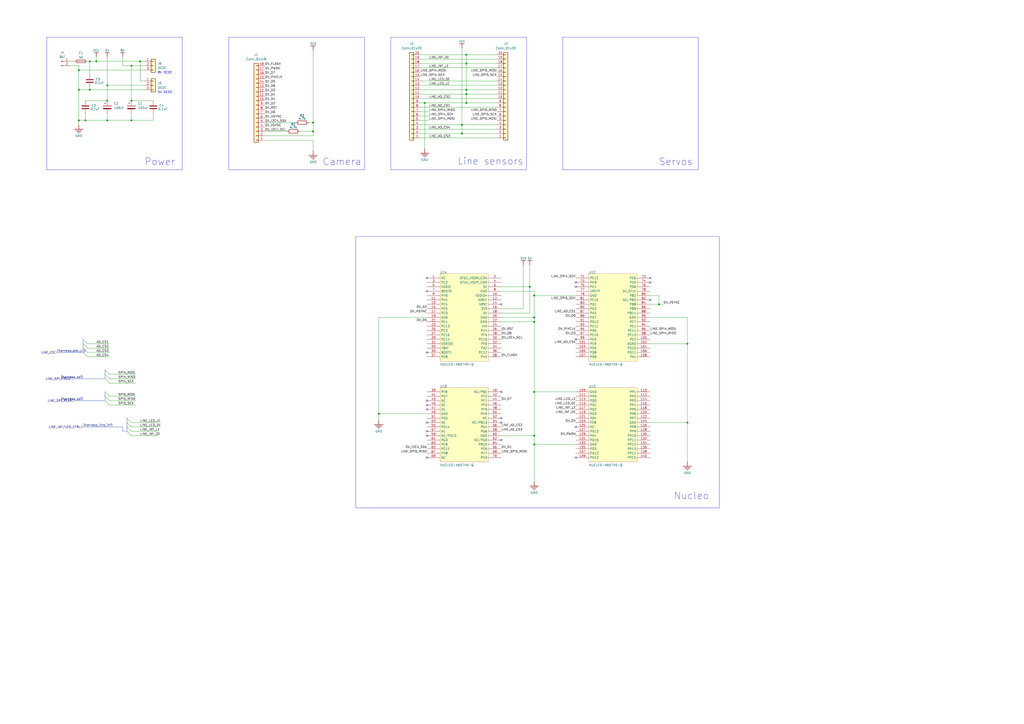
<source format=kicad_sch>
(kicad_sch (version 20250114) (generator "eeschema") (generator_version "9.0")
  (paper "A2")
  (lib_symbols
    (symbol "Connector:Conn_01x02_Pin" (pin_names (offset 1.016) (hide yes))
      (property "Reference" "J" (at 0 2.54 0))
      (property "Value" "Conn_01x02_Pin" (at 0 -5.08 0))
      (symbol "Conn_01x02_Pin_1_1"
        (rectangle (start 0.8636 0.127) (end 0 -0.127) (stroke (width 0.1524)) (fill (type outline)))
        (rectangle (start 0.8636 -2.413) (end 0 -2.667) (stroke (width 0.1524)) (fill (type outline)))
        (polyline (pts (xy 1.27 0) (xy 0.8636 0)) (stroke (width 0.1524)))
        (polyline (pts (xy 1.27 -2.54) (xy 0.8636 -2.54)) (stroke (width 0.1524)))
        (pin passive line (at 5.08 0 180) (length 3.81) (name "Pin_1") (number "1"))
        (pin passive line (at 5.08 -2.54 180) (length 3.81) (name "Pin_2") (number "2"))
      )
    )
    (symbol "Connector_Generic:Conn_01x03" (pin_names (offset 1.016) (hide yes))
      (property "Reference" "J" (at 0 5.08 0))
      (property "Value" "Conn_01x03" (at 0 -5.08 0))
      (symbol "Conn_01x03_1_1"
        (rectangle (start -1.27 3.81) (end 1.27 -3.81) (stroke (width 0.254)) (fill (type background)))
        (rectangle (start -1.27 2.667) (end 0 2.413) (stroke (width 0.1524)))
        (rectangle (start -1.27 0.127) (end 0 -0.127) (stroke (width 0.1524)))
        (rectangle (start -1.27 -2.413) (end 0 -2.667) (stroke (width 0.1524)))
        (pin passive line (at -5.08 2.54 0) (length 3.81) (name "Pin_1") (number "1"))
        (pin passive line (at -5.08 0 0) (length 3.81) (name "Pin_2") (number "2"))
        (pin passive line (at -5.08 -2.54 0) (length 3.81) (name "Pin_3") (number "3"))
      )
    )
    (symbol "Connector_Generic:Conn_01x18" (pin_names (offset 1.016) (hide yes))
      (property "Reference" "J" (at 0 22.86 0))
      (property "Value" "Conn_01x18" (at 0 -25.4 0))
      (symbol "Conn_01x18_1_1"
        (rectangle (start -1.27 21.59) (end 1.27 -24.13) (stroke (width 0.254)) (fill (type background)))
        (rectangle (start -1.27 20.447) (end 0 20.193) (stroke (width 0.1524)))
        (rectangle (start -1.27 17.907) (end 0 17.653) (stroke (width 0.1524)))
        (rectangle (start -1.27 15.367) (end 0 15.113) (stroke (width 0.1524)))
        (rectangle (start -1.27 12.827) (end 0 12.573) (stroke (width 0.1524)))
        (rectangle (start -1.27 10.287) (end 0 10.033) (stroke (width 0.1524)))
        (rectangle (start -1.27 7.747) (end 0 7.493) (stroke (width 0.1524)))
        (rectangle (start -1.27 5.207) (end 0 4.953) (stroke (width 0.1524)))
        (rectangle (start -1.27 2.667) (end 0 2.413) (stroke (width 0.1524)))
        (rectangle (start -1.27 0.127) (end 0 -0.127) (stroke (width 0.1524)))
        (rectangle (start -1.27 -2.413) (end 0 -2.667) (stroke (width 0.1524)))
        (rectangle (start -1.27 -4.953) (end 0 -5.207) (stroke (width 0.1524)))
        (rectangle (start -1.27 -7.493) (end 0 -7.747) (stroke (width 0.1524)))
        (rectangle (start -1.27 -10.033) (end 0 -10.287) (stroke (width 0.1524)))
        (rectangle (start -1.27 -12.573) (end 0 -12.827) (stroke (width 0.1524)))
        (rectangle (start -1.27 -15.113) (end 0 -15.367) (stroke (width 0.1524)))
        (rectangle (start -1.27 -17.653) (end 0 -17.907) (stroke (width 0.1524)))
        (rectangle (start -1.27 -20.193) (end 0 -20.447) (stroke (width 0.1524)))
        (rectangle (start -1.27 -22.733) (end 0 -22.987) (stroke (width 0.1524)))
        (pin passive line (at -5.08 20.32 0) (length 3.81) (name "Pin_1") (number "1"))
        (pin passive line (at -5.08 17.78 0) (length 3.81) (name "Pin_2") (number "2"))
        (pin passive line (at -5.08 15.24 0) (length 3.81) (name "Pin_3") (number "3"))
        (pin passive line (at -5.08 12.7 0) (length 3.81) (name "Pin_4") (number "4"))
        (pin passive line (at -5.08 10.16 0) (length 3.81) (name "Pin_5") (number "5"))
        (pin passive line (at -5.08 7.62 0) (length 3.81) (name "Pin_6") (number "6"))
        (pin passive line (at -5.08 5.08 0) (length 3.81) (name "Pin_7") (number "7"))
        (pin passive line (at -5.08 2.54 0) (length 3.81) (name "Pin_8") (number "8"))
        (pin passive line (at -5.08 0 0) (length 3.81) (name "Pin_9") (number "9"))
        (pin passive line (at -5.08 -2.54 0) (length 3.81) (name "Pin_10") (number "10"))
        (pin passive line (at -5.08 -5.08 0) (length 3.81) (name "Pin_11") (number "11"))
        (pin passive line (at -5.08 -7.62 0) (length 3.81) (name "Pin_12") (number "12"))
        (pin passive line (at -5.08 -10.16 0) (length 3.81) (name "Pin_13") (number "13"))
        (pin passive line (at -5.08 -12.7 0) (length 3.81) (name "Pin_14") (number "14"))
        (pin passive line (at -5.08 -15.24 0) (length 3.81) (name "Pin_15") (number "15"))
        (pin passive line (at -5.08 -17.78 0) (length 3.81) (name "Pin_16") (number "16"))
        (pin passive line (at -5.08 -20.32 0) (length 3.81) (name "Pin_17") (number "17"))
        (pin passive line (at -5.08 -22.86 0) (length 3.81) (name "Pin_18") (number "18"))
      )
    )
    (symbol "Connector_Generic:Conn_01x20" (pin_names (offset 1.016) (hide yes))
      (property "Reference" "J" (at 0 25.4 0))
      (property "Value" "Conn_01x20" (at 0 -27.94 0))
      (symbol "Conn_01x20_1_1"
        (rectangle (start -1.27 24.13) (end 1.27 -26.67) (stroke (width 0.254)) (fill (type background)))
        (rectangle (start -1.27 22.987) (end 0 22.733) (stroke (width 0.1524)))
        (rectangle (start -1.27 20.447) (end 0 20.193) (stroke (width 0.1524)))
        (rectangle (start -1.27 17.907) (end 0 17.653) (stroke (width 0.1524)))
        (rectangle (start -1.27 15.367) (end 0 15.113) (stroke (width 0.1524)))
        (rectangle (start -1.27 12.827) (end 0 12.573) (stroke (width 0.1524)))
        (rectangle (start -1.27 10.287) (end 0 10.033) (stroke (width 0.1524)))
        (rectangle (start -1.27 7.747) (end 0 7.493) (stroke (width 0.1524)))
        (rectangle (start -1.27 5.207) (end 0 4.953) (stroke (width 0.1524)))
        (rectangle (start -1.27 2.667) (end 0 2.413) (stroke (width 0.1524)))
        (rectangle (start -1.27 0.127) (end 0 -0.127) (stroke (width 0.1524)))
        (rectangle (start -1.27 -2.413) (end 0 -2.667) (stroke (width 0.1524)))
        (rectangle (start -1.27 -4.953) (end 0 -5.207) (stroke (width 0.1524)))
        (rectangle (start -1.27 -7.493) (end 0 -7.747) (stroke (width 0.1524)))
        (rectangle (start -1.27 -10.033) (end 0 -10.287) (stroke (width 0.1524)))
        (rectangle (start -1.27 -12.573) (end 0 -12.827) (stroke (width 0.1524)))
        (rectangle (start -1.27 -15.113) (end 0 -15.367) (stroke (width 0.1524)))
        (rectangle (start -1.27 -17.653) (end 0 -17.907) (stroke (width 0.1524)))
        (rectangle (start -1.27 -20.193) (end 0 -20.447) (stroke (width 0.1524)))
        (rectangle (start -1.27 -22.733) (end 0 -22.987) (stroke (width 0.1524)))
        (rectangle (start -1.27 -25.273) (end 0 -25.527) (stroke (width 0.1524)))
        (pin passive line (at -5.08 22.86 0) (length 3.81) (name "Pin_1") (number "1"))
        (pin passive line (at -5.08 20.32 0) (length 3.81) (name "Pin_2") (number "2"))
        (pin passive line (at -5.08 17.78 0) (length 3.81) (name "Pin_3") (number "3"))
        (pin passive line (at -5.08 15.24 0) (length 3.81) (name "Pin_4") (number "4"))
        (pin passive line (at -5.08 12.7 0) (length 3.81) (name "Pin_5") (number "5"))
        (pin passive line (at -5.08 10.16 0) (length 3.81) (name "Pin_6") (number "6"))
        (pin passive line (at -5.08 7.62 0) (length 3.81) (name "Pin_7") (number "7"))
        (pin passive line (at -5.08 5.08 0) (length 3.81) (name "Pin_8") (number "8"))
        (pin passive line (at -5.08 2.54 0) (length 3.81) (name "Pin_9") (number "9"))
        (pin passive line (at -5.08 0 0) (length 3.81) (name "Pin_10") (number "10"))
        (pin passive line (at -5.08 -2.54 0) (length 3.81) (name "Pin_11") (number "11"))
        (pin passive line (at -5.08 -5.08 0) (length 3.81) (name "Pin_12") (number "12"))
        (pin passive line (at -5.08 -7.62 0) (length 3.81) (name "Pin_13") (number "13"))
        (pin passive line (at -5.08 -10.16 0) (length 3.81) (name "Pin_14") (number "14"))
        (pin passive line (at -5.08 -12.7 0) (length 3.81) (name "Pin_15") (number "15"))
        (pin passive line (at -5.08 -15.24 0) (length 3.81) (name "Pin_16") (number "16"))
        (pin passive line (at -5.08 -17.78 0) (length 3.81) (name "Pin_17") (number "17"))
        (pin passive line (at -5.08 -20.32 0) (length 3.81) (name "Pin_18") (number "18"))
        (pin passive line (at -5.08 -22.86 0) (length 3.81) (name "Pin_19") (number "19"))
        (pin passive line (at -5.08 -25.4 0) (length 3.81) (name "Pin_20") (number "20"))
      )
    )
    (symbol "Device:C" (pin_numbers (hide yes)) (pin_names (offset 0.254))
      (property "Reference" "C" (at 0.635 2.54 0))
      (property "Value" "C" (at 0.635 -2.54 0))
      (symbol "C_0_1"
        (polyline (pts (xy -2.032 0.762) (xy 2.032 0.762)) (stroke (width 0.508)))
        (polyline (pts (xy -2.032 -0.762) (xy 2.032 -0.762)) (stroke (width 0.508)))
      )
      (symbol "C_1_1"
        (pin passive line (at 0 3.81 270) (length 2.794) (name "~") (number "1"))
        (pin passive line (at 0 -3.81 90) (length 2.794) (name "~") (number "2"))
      )
    )
    (symbol "Device:C_Polarized" (pin_numbers (hide yes)) (pin_names (offset 0.254))
      (property "Reference" "C" (at 0.635 2.54 0))
      (property "Value" "C_Polarized" (at 0.635 -2.54 0))
      (symbol "C_Polarized_0_1"
        (rectangle (start -2.286 0.508) (end 2.286 1.016))
        (polyline (pts (xy -1.778 2.286) (xy -0.762 2.286)))
        (polyline (pts (xy -1.27 2.794) (xy -1.27 1.778)))
        (rectangle (start 2.286 -0.508) (end -2.286 -1.016) (fill (type outline)))
      )
      (symbol "C_Polarized_1_1"
        (pin passive line (at 0 3.81 270) (length 2.794) (name "~") (number "1"))
        (pin passive line (at 0 -3.81 90) (length 2.794) (name "~") (number "2"))
      )
    )
    (symbol "Device:Fuse" (pin_numbers (hide yes)) (pin_names (offset 0))
      (property "Reference" "F" (at 2.032 0 90))
      (property "Value" "Fuse" (at -1.905 0 90))
      (symbol "Fuse_0_1"
        (rectangle (start -0.762 -2.54) (end 0.762 2.54) (stroke (width 0.254)))
        (polyline (pts (xy 0 2.54) (xy 0 -2.54)))
      )
      (symbol "Fuse_1_1"
        (pin passive line (at 0 3.81 270) (length 1.27) (name "~") (number "1"))
        (pin passive line (at 0 -3.81 90) (length 1.27) (name "~") (number "2"))
      )
    )
    (symbol "Device:R" (pin_numbers (hide yes)) (pin_names (offset 0))
      (property "Reference" "R" (at 2.032 0 90))
      (property "Value" "R" (at 0 0 90))
      (symbol "R_0_1"
        (rectangle (start -1.016 -2.54) (end 1.016 2.54) (stroke (width 0.254)))
      )
      (symbol "R_1_1"
        (pin passive line (at 0 3.81 270) (length 1.27) (name "~") (number "1"))
        (pin passive line (at 0 -3.81 90) (length 1.27) (name "~") (number "2"))
      )
    )
    (symbol "hallglib:root_0_NUCLEO-N657X0-Q_hallglib.SchLib"
      (symbol "root_0_NUCLEO-N657X0-Q_hallglib.SchLib_1_0"
        (rectangle (start 12.7 25.4) (end -15.24 -25.4) (stroke (width 0.0254) (color 128 0 0 1)) (fill (type background)))
        (pin passive line (at -22.86 22.86 0) (length 7.62) (name "NC") (number "1"))
        (pin bidirectional line (at -22.86 20.32 0) (length 7.62) (name "PC2") (number "3"))
        (pin power_in line (at -22.86 17.78 0) (length 7.62) (name "VDDIO") (number "5"))
        (pin input line (at -22.86 15.24 0) (length 7.62) (name "BOOT0") (number "7"))
        (pin bidirectional line (at -22.86 12.7 0) (length 7.62) (name "PH0") (number "9"))
        (pin bidirectional line (at -22.86 10.16 0) (length 7.62) (name "PH1") (number "11"))
        (pin bidirectional line (at -22.86 7.62 0) (length 7.62) (name "PC4") (number "13"))
        (pin bidirectional line (at -22.86 5.08 0) (length 7.62) (name "PC5") (number "15"))
        (pin bidirectional line (at -22.86 2.54 0) (length 7.62) (name "PC0") (number "17"))
        (pin passive line (at -22.86 0 0) (length 7.62) (name "GND") (number "19"))
        (pin bidirectional line (at -22.86 -2.54 0) (length 7.62) (name "PE4") (number "21"))
        (pin bidirectional line (at -22.86 -5.08 0) (length 7.62) (name "PC13") (number "23"))
        (pin bidirectional line (at -22.86 -7.62 0) (length 7.62) (name "PC3") (number "25"))
        (pin bidirectional line (at -22.86 -10.16 0) (length 7.62) (name "PC15") (number "27"))
        (pin bidirectional line (at -22.86 -12.7 0) (length 7.62) (name "PC14") (number "29"))
        (pin power_in line (at -22.86 -15.24 0) (length 7.62) (name "VDDIO5") (number "31"))
        (pin power_in line (at -22.86 -17.78 0) (length 7.62) (name "VBAT") (number "33"))
        (pin input line (at -22.86 -20.32 0) (length 7.62) (name "BOOT1") (number "35"))
        (pin bidirectional line (at -22.86 -22.86 0) (length 7.62) (name "PC8") (number "37"))
        (pin bidirectional line (at 20.32 22.86 180) (length 7.62) (name "OTG1_HSDM_CON") (number "2"))
        (pin bidirectional line (at 20.32 20.32 180) (length 7.62) (name "OTG1_HSDP_CON") (number "4"))
        (pin power_in line (at 20.32 17.78 180) (length 7.62) (name "5V") (number "6"))
        (pin passive line (at 20.32 15.24 180) (length 7.62) (name "GND") (number "8"))
        (pin power_in line (at 20.32 12.7 180) (length 7.62) (name "VDDIO4") (number "10"))
        (pin passive line (at 20.32 10.16 180) (length 7.62) (name "IOREF") (number "12"))
        (pin passive line (at 20.32 7.62 180) (length 7.62) (name "NRST") (number "14"))
        (pin power_in line (at 20.32 5.08 180) (length 7.62) (name "3V3") (number "16"))
        (pin power_in line (at 20.32 2.54 180) (length 7.62) (name "5V") (number "18"))
        (pin passive line (at 20.32 0 180) (length 7.62) (name "GND") (number "20"))
        (pin passive line (at 20.32 -2.54 180) (length 7.62) (name "GND") (number "22"))
        (pin power_in line (at 20.32 -5.08 180) (length 7.62) (name "VIN") (number "24"))
        (pin bidirectional line (at 20.32 -7.62 180) (length 7.62) (name "PH4") (number "26"))
        (pin bidirectional line (at 20.32 -10.16 180) (length 7.62) (name "PF5") (number "28"))
        (pin bidirectional line (at 20.32 -12.7 180) (length 7.62) (name "PC10") (number "30"))
        (pin bidirectional line (at 20.32 -15.24 180) (length 7.62) (name "PF6") (number "32"))
        (pin bidirectional line (at 20.32 -17.78 180) (length 7.62) (name "PA2") (number "34"))
        (pin bidirectional line (at 20.32 -20.32 180) (length 7.62) (name "PC12") (number "36"))
        (pin bidirectional line (at 20.32 -22.86 180) (length 7.62) (name "PH2") (number "38"))
      )
      (symbol "root_0_NUCLEO-N657X0-Q_hallglib.SchLib_2_0"
        (rectangle (start 12.7 2.54) (end -15.24 -40.64) (stroke (width 0.0254) (color 128 0 0 1)) (fill (type background)))
        (pin bidirectional line (at -22.86 0 0) (length 7.62) (name "PF8") (number "39"))
        (pin bidirectional line (at -22.86 -2.54 0) (length 7.62) (name "PG7") (number "41"))
        (pin passive line (at -22.86 -5.08 0) (length 7.62) (name "NC") (number "43"))
        (pin power_in line (at -22.86 -7.62 0) (length 7.62) (name "NC") (number "45"))
        (pin passive line (at -22.86 -10.16 0) (length 7.62) (name "NC") (number "47"))
        (pin passive line (at -22.86 -12.7 0) (length 7.62) (name "GND") (number "49"))
        (pin bidirectional line (at -22.86 -15.24 0) (length 7.62) (name "PG5") (number "51"))
        (pin passive line (at -22.86 -17.78 0) (length 7.62) (name "NC") (number "53"))
        (pin bidirectional line (at -22.86 -20.32 0) (length 7.62) (name "PG14") (number "55"))
        (pin passive line (at -22.86 -22.86 0) (length 7.62) (name "NC") (number "57"))
        (pin passive line (at -22.86 -25.4 0) (length 7.62) (name "NC/PG12") (number "59"))
        (pin bidirectional line (at -22.86 -27.94 0) (length 7.62) (name "PG3") (number "61"))
        (pin bidirectional line (at -22.86 -30.48 0) (length 7.62) (name "PC9") (number "63"))
        (pin bidirectional line (at -22.86 -33.02 0) (length 7.62) (name "PC11") (number "65"))
        (pin bidirectional line (at -22.86 -35.56 0) (length 7.62) (name "PH8") (number "67"))
        (pin passive line (at -22.86 -38.1 0) (length 7.62) (name "NC") (number "69"))
        (pin passive line (at 20.32 0 180) (length 7.62) (name "NC/PB1") (number "40"))
        (pin bidirectional line (at 20.32 -2.54 180) (length 7.62) (name "PF2") (number "42"))
        (pin bidirectional line (at 20.32 -5.08 180) (length 7.62) (name "PF1") (number "44"))
        (pin bidirectional line (at 20.32 -7.62 180) (length 7.62) (name "PF0") (number "46"))
        (pin bidirectional line (at 20.32 -10.16 180) (length 7.62) (name "PF9") (number "48"))
        (pin bidirectional line (at 20.32 -12.7 180) (length 7.62) (name "PH5") (number "50"))
        (pin passive line (at 20.32 -15.24 180) (length 7.62) (name "NC") (number "52"))
        (pin passive line (at 20.32 -17.78 180) (length 7.62) (name "NC/PB13") (number "54"))
        (pin bidirectional line (at 20.32 -20.32 180) (length 7.62) (name "PG4") (number "56"))
        (pin bidirectional line (at 20.32 -22.86 180) (length 7.62) (name "PG6") (number "58"))
        (pin passive line (at 20.32 -25.4 180) (length 7.62) (name "GND") (number "60"))
        (pin passive line (at 20.32 -27.94 180) (length 7.62) (name "NC/PG9") (number "62"))
        (pin bidirectional line (at 20.32 -30.48 180) (length 7.62) (name "PB15") (number "64"))
        (pin bidirectional line (at 20.32 -33.02 180) (length 7.62) (name "PC6") (number "66"))
        (pin bidirectional line (at 20.32 -35.56 180) (length 7.62) (name "PH7") (number "68"))
        (pin bidirectional line (at 20.32 -38.1 180) (length 7.62) (name "PH3") (number "70"))
      )
      (symbol "root_0_NUCLEO-N657X0-Q_hallglib.SchLib_3_0"
        (rectangle (start 12.7 25.4) (end -15.24 -25.4) (stroke (width 0.0254) (color 128 0 0 1)) (fill (type background)))
        (pin bidirectional line (at -22.86 22.86 0) (length 7.62) (name "PE12") (number "71"))
        (pin bidirectional line (at -22.86 20.32 0) (length 7.62) (name "PH9") (number "73"))
        (pin bidirectional line (at -22.86 17.78 0) (length 7.62) (name "PC1") (number "75"))
        (pin power_in line (at -22.86 15.24 0) (length 7.62) (name "VREFP") (number "77"))
        (pin passive line (at -22.86 12.7 0) (length 7.62) (name "GND") (number "79"))
        (pin bidirectional line (at -22.86 10.16 0) (length 7.62) (name "PE15") (number "81"))
        (pin bidirectional line (at -22.86 7.62 0) (length 7.62) (name "PG1") (number "83"))
        (pin bidirectional line (at -22.86 5.08 0) (length 7.62) (name "PG2") (number "85"))
        (pin bidirectional line (at -22.86 2.54 0) (length 7.62) (name "PA3") (number "87"))
        (pin bidirectional line (at -22.86 0 0) (length 7.62) (name "PD7") (number "89"))
        (pin bidirectional line (at -22.86 -2.54 0) (length 7.62) (name "PD12") (number "91"))
        (pin bidirectional line (at -22.86 -5.08 0) (length 7.62) (name "PE11") (number "93"))
        (pin bidirectional line (at -22.86 -7.62 0) (length 7.62) (name "PD5") (number "95"))
        (pin bidirectional line (at -22.86 -10.16 0) (length 7.62) (name "PE10") (number "97"))
        (pin bidirectional line (at -22.86 -12.7 0) (length 7.62) (name "PE0") (number "99"))
        (pin bidirectional line (at -22.86 -15.24 0) (length 7.62) (name "PE9") (number "101"))
        (pin bidirectional line (at -22.86 -17.78 0) (length 7.62) (name "PD0") (number "103"))
        (pin bidirectional line (at -22.86 -20.32 0) (length 7.62) (name "PD8") (number "105"))
        (pin bidirectional line (at -22.86 -22.86 0) (length 7.62) (name "PD9") (number "107"))
        (pin bidirectional line (at 20.32 22.86 180) (length 7.62) (name "PE6") (number "72"))
        (pin bidirectional line (at 20.32 20.32 180) (length 7.62) (name "PE5") (number "74"))
        (pin bidirectional line (at 20.32 17.78 180) (length 7.62) (name "PD6") (number "76"))
        (pin power_in line (at 20.32 15.24 180) (length 7.62) (name "5V_STLK") (number "78"))
        (pin bidirectional line (at 20.32 12.7 180) (length 7.62) (name "PB2") (number "80"))
        (pin passive line (at 20.32 10.16 180) (length 7.62) (name "NC/PB3") (number "82"))
        (pin bidirectional line (at 20.32 7.62 180) (length 7.62) (name "PB8") (number "84"))
        (pin bidirectional line (at 20.32 5.08 180) (length 7.62) (name "PB9") (number "86"))
        (pin bidirectional line (at 20.32 2.54 180) (length 7.62) (name "PB14") (number "88"))
        (pin passive line (at 20.32 0 180) (length 7.62) (name "GND") (number "90"))
        (pin bidirectional line (at 20.32 -2.54 180) (length 7.62) (name "PE7") (number "92"))
        (pin bidirectional line (at 20.32 -5.08 180) (length 7.62) (name "PE1") (number "94"))
        (pin bidirectional line (at 20.32 -7.62 180) (length 7.62) (name "PE14") (number "96"))
        (pin bidirectional line (at 20.32 -10.16 180) (length 7.62) (name "PE13") (number "98"))
        (pin bidirectional line (at 20.32 -12.7 180) (length 7.62) (name "PE2") (number "100"))
        (pin passive line (at 20.32 -15.24 180) (length 7.62) (name "AGND") (number "102"))
        (pin bidirectional line (at 20.32 -17.78 180) (length 7.62) (name "PD10") (number "104"))
        (pin bidirectional line (at 20.32 -20.32 180) (length 7.62) (name "PD11") (number "106"))
        (pin bidirectional line (at 20.32 -22.86 180) (length 7.62) (name "PA1") (number "108"))
      )
      (symbol "root_0_NUCLEO-N657X0-Q_hallglib.SchLib_4_0"
        (rectangle (start 12.7 25.4) (end -15.24 -17.78) (stroke (width 0.0254) (color 128 0 0 1)) (fill (type background)))
        (pin passive line (at -22.86 22.86 0) (length 7.62) (name "GND") (number "109"))
        (pin bidirectional line (at -22.86 20.32 0) (length 7.62) (name "PP0") (number "111"))
        (pin bidirectional line (at -22.86 17.78 0) (length 7.62) (name "PO0") (number "113"))
        (pin bidirectional line (at -22.86 15.24 0) (length 7.62) (name "PO1") (number "115"))
        (pin bidirectional line (at -22.86 12.7 0) (length 7.62) (name "PO2") (number "117"))
        (pin bidirectional line (at -22.86 10.16 0) (length 7.62) (name "PO3") (number "119"))
        (pin bidirectional line (at -22.86 7.62 0) (length 7.62) (name "PO4") (number "121"))
        (pin bidirectional line (at -22.86 5.08 0) (length 7.62) (name "PE8") (number "123"))
        (pin passive line (at -22.86 2.54 0) (length 7.62) (name "NC") (number "125"))
        (pin bidirectional line (at -22.86 0 0) (length 7.62) (name "PD13") (number "127"))
        (pin bidirectional line (at -22.86 -2.54 0) (length 7.62) (name "PA4") (number "129"))
        (pin bidirectional line (at -22.86 -5.08 0) (length 7.62) (name "PD15") (number "131"))
        (pin passive line (at -22.86 -7.62 0) (length 7.62) (name "GND") (number "133"))
        (pin bidirectional line (at -22.86 -10.16 0) (length 7.62) (name "PD3") (number "135"))
        (pin bidirectional line (at -22.86 -12.7 0) (length 7.62) (name "PG13") (number "137"))
        (pin bidirectional line (at -22.86 -15.24 0) (length 7.62) (name "PN12") (number "139"))
        (pin bidirectional line (at 20.32 22.86 180) (length 7.62) (name "PP1") (number "110"))
        (pin bidirectional line (at 20.32 20.32 180) (length 7.62) (name "PP2") (number "112"))
        (pin bidirectional line (at 20.32 17.78 180) (length 7.62) (name "PP3") (number "114"))
        (pin bidirectional line (at 20.32 15.24 180) (length 7.62) (name "PP4") (number "116"))
        (pin bidirectional line (at 20.32 12.7 180) (length 7.62) (name "PP5") (number "118"))
        (pin bidirectional line (at 20.32 10.16 180) (length 7.62) (name "PP6") (number "120"))
        (pin bidirectional line (at 20.32 7.62 180) (length 7.62) (name "PP7") (number "122"))
        (pin passive line (at 20.32 5.08 180) (length 7.62) (name "GND") (number "124"))
        (pin bidirectional line (at 20.32 2.54 180) (length 7.62) (name "PP8") (number "126"))
        (pin bidirectional line (at 20.32 0 180) (length 7.62) (name "PP9") (number "128"))
        (pin bidirectional line (at 20.32 -2.54 180) (length 7.62) (name "PP10") (number "130"))
        (pin bidirectional line (at 20.32 -5.08 180) (length 7.62) (name "PP11") (number "132"))
        (pin bidirectional line (at 20.32 -7.62 180) (length 7.62) (name "PP12") (number "134"))
        (pin bidirectional line (at 20.32 -10.16 180) (length 7.62) (name "PP13") (number "136"))
        (pin bidirectional line (at 20.32 -12.7 180) (length 7.62) (name "PP14") (number "138"))
        (pin bidirectional line (at 20.32 -15.24 180) (length 7.62) (name "PP15") (number "140"))
      )
    )
    (symbol "shield-altium-import:3V3_BAR" (power)
      (property "Value" "3V3" (at 0 -3.81 0))
      (symbol "3V3_BAR_0_0"
        (polyline (pts (xy -1.27 -2.54) (xy 1.27 -2.54)) (stroke (width 0.254)))
        (polyline (pts (xy 0 0) (xy 0 -2.54)) (stroke (width 0.254)))
        (pin power_in line (at 0 0 0) (length 0) (hide yes) (name "3V3") (number ""))
      )
    )
    (symbol "shield-altium-import:5V_BAR" (power)
      (property "Value" "5V" (at 0 -3.81 0))
      (symbol "5V_BAR_0_0"
        (polyline (pts (xy -1.27 -2.54) (xy 1.27 -2.54)) (stroke (width 0.254)))
        (polyline (pts (xy 0 0) (xy 0 -2.54)) (stroke (width 0.254)))
        (pin power_in line (at 0 0 0) (length 0) (hide yes) (name "5V") (number ""))
      )
    )
    (symbol "shield-altium-import:GND_POWER_GROUND" (power)
      (property "Value" "GND" (at 0 -6.35 0))
      (symbol "GND_POWER_GROUND_0_0"
        (polyline (pts (xy -2.54 -2.54) (xy 2.54 -2.54)) (stroke (width 0.254)))
        (polyline (pts (xy -1.778 -3.302) (xy 1.778 -3.302)) (stroke (width 0.254)))
        (polyline (pts (xy -1.016 -4.064) (xy 1.016 -4.064)) (stroke (width 0.254)))
        (polyline (pts (xy -0.254 -4.826) (xy 0.254 -4.826)) (stroke (width 0.254)))
        (polyline (pts (xy 0 0) (xy 0 -2.54)) (stroke (width 0.254)))
        (pin power_in line (at 0 0 0) (length 0) (hide yes) (name "GND") (number ""))
      )
    )
  )
  (bus_alias "I2C" (members "SCL" "SDA"))
  (bus_alias "OV_DATA" (members "D0" "D1" "D2" "D3" "D4" "D5" "D6" "D7"))
  (bus_alias "harness_adc_cs" (members "/CS2" "/CS1" "/CS3" "/CS4"))
  (bus_alias "harness_line_inf" (members "Line_LED_LE" "Line_INF_LE" "Line_INF_/OE" "Line_LED_/OE"))
  (bus_alias "harness_spi" (members "MOSI" "MISO" "SCK"))
  (rectangle (start 326.39 21.59) (end 405.13 98.425))
  (rectangle (start 226.695 21.59) (end 305.435 98.425))
  (rectangle (start 206.375 137.16) (end 417.195 294.64))
  (rectangle (start 132.715 21.59) (end 211.455 98.425))
  (rectangle (start 27.051 21.59) (end 105.791 98.425))
  (text "Power" (at 92.71 93.98 0) (effects (font (size 4 4))))
  (text "Nucleo" (at 401.066 287.782 0) (effects (font (size 4 4))))
  (text "Line sensors" (at 284.48 93.726 0) (effects (font (size 4 4))))
  (text "Camera" (at 198.374 93.98 0) (effects (font (size 4 4))))
  (text "8V DCDC" (at 95.758 42.164 0) (effects (font (size 1.27 1.27))))
  (text "5V DCDC" (at 95.758 53.594 0) (effects (font (size 1.27 1.27))))
  (text "Servos" (at 392.049 93.98 0) (effects (font (size 4 4))))
  (junction (at 309.88 186.69))
  (junction (at 55.88 35.56))
  (junction (at 309.88 184.15))
  (junction (at 382.27 176.53))
  (junction (at 52.07 35.56))
  (junction (at 76.2 69.85))
  (junction (at 49.53 69.85))
  (junction (at 398.78 199.39))
  (junction (at 219.71 240.03))
  (junction (at 270.51 59.69))
  (junction (at 181.61 76.2))
  (junction (at 76.2 58.42))
  (junction (at 246.38 59.69))
  (junction (at 181.61 71.12))
  (junction (at 81.28 35.56))
  (junction (at 267.97 77.47))
  (junction (at 62.23 69.85))
  (junction (at 270.51 31.75))
  (junction (at 270.51 54.61))
  (junction (at 45.72 52.07))
  (junction (at 270.51 36.83))
  (junction (at 45.72 40.64))
  (junction (at 307.34 166.37))
  (junction (at 76.2 38.1))
  (junction (at 309.88 171.45))
  (junction (at 267.97 72.39))
  (junction (at 309.88 257.81))
  (junction (at 270.51 52.07))
  (junction (at 45.72 69.85))
  (junction (at 62.23 49.53))
  (junction (at 398.78 245.11))
  (junction (at 309.88 227.33))
  (junction (at 62.23 58.42))
  (junction (at 309.88 252.73))
  (junction (at 52.07 52.07))
  (no_connect (at 247.65 232.41))
  (no_connect (at 334.01 163.83))
  (no_connect (at 334.01 247.65))
  (no_connect (at 247.65 168.91))
  (no_connect (at 334.01 265.43))
  (no_connect (at 247.65 265.43))
  (no_connect (at 290.83 227.33))
  (no_connect (at 247.65 252.73))
  (no_connect (at 247.65 161.29))
  (no_connect (at 247.65 234.95))
  (no_connect (at 247.65 204.47))
  (no_connect (at 247.65 237.49))
  (no_connect (at 377.19 173.99))
  (no_connect (at 334.01 166.37))
  (no_connect (at 290.83 242.57))
  (no_connect (at 377.19 163.83))
  (no_connect (at 377.19 161.29))
  (no_connect (at 247.65 245.11))
  (no_connect (at 247.65 250.19))
  (no_connect (at 334.01 196.85))
  (no_connect (at 290.83 245.11))
  (no_connect (at 290.83 176.53))
  (no_connect (at 290.83 255.27))
  (bus_entry (at 76.2 245.11) (size -2.54 -2.54))
  (bus_entry (at 50.8 199.39) (size -2.54 -2.54))
  (bus_entry (at 63.5 232.41) (size -2.54 -2.54))
  (bus_entry (at 76.2 252.73) (size -2.54 -2.54))
  (bus_entry (at 50.8 204.47) (size -2.54 -2.54))
  (bus_entry (at 63.5 234.95) (size -2.54 -2.54))
  (bus_entry (at 63.5 219.71) (size -2.54 -2.54))
  (bus_entry (at 76.2 247.65) (size -2.54 -2.54))
  (bus_entry (at 76.2 250.19) (size -2.54 -2.54))
  (bus_entry (at 63.5 229.87) (size -2.54 -2.54))
  (bus_entry (at 50.8 201.93) (size -2.54 -2.54))
  (bus_entry (at 50.8 207.01) (size -2.54 -2.54))
  (bus_entry (at 63.5 222.25) (size -2.54 -2.54))
  (bus_entry (at 63.5 217.17) (size -2.54 -2.54))
  (wire (pts (xy 76.2 69.85) (xy 62.23 69.85)))
  (wire (pts (xy 307.34 166.37) (xy 307.34 153.67)))
  (wire (pts (xy 219.71 184.15) (xy 219.71 240.03)))
  (wire (pts (xy 309.88 171.45) (xy 309.88 184.15)))
  (wire (pts (xy 181.61 78.74) (xy 181.61 76.2)))
  (wire (pts (xy 246.38 59.69) (xy 270.51 59.69)))
  (wire (pts (xy 267.97 72.39) (xy 288.29 72.39)))
  (wire (pts (xy 50.8 207.01) (xy 63.5 207.01)))
  (wire (pts (xy 243.84 34.29) (xy 288.29 34.29)))
  (wire (pts (xy 76.2 58.42) (xy 88.9 58.42)))
  (wire (pts (xy 76.2 38.1) (xy 76.2 58.42)))
  (wire (pts (xy 248.92 67.31) (xy 243.84 67.31)))
  (wire (pts (xy 377.19 245.11) (xy 398.78 245.11)))
  (wire (pts (xy 270.51 52.07) (xy 270.51 54.61)))
  (wire (pts (xy 76.2 66.04) (xy 76.2 69.85)))
  (bus (pts (xy 48.26 201.93) (xy 48.26 199.39)) (stroke (width 0.508) (color 173 188 231 1)))
  (wire (pts (xy 52.07 50.8) (xy 52.07 52.07)))
  (wire (pts (xy 290.83 179.07) (xy 303.53 179.07)))
  (wire (pts (xy 40.64 35.56) (xy 43.18 35.56)))
  (wire (pts (xy 49.53 69.85) (xy 62.23 69.85)))
  (wire (pts (xy 243.84 36.83) (xy 270.51 36.83)))
  (wire (pts (xy 267.97 27.94) (xy 267.97 72.39)))
  (wire (pts (xy 398.78 245.11) (xy 398.78 267.97)))
  (wire (pts (xy 267.97 77.47) (xy 288.29 77.47)))
  (wire (pts (xy 243.84 72.39) (xy 267.97 72.39)))
  (wire (pts (xy 243.84 46.99) (xy 288.29 46.99)))
  (wire (pts (xy 49.53 69.85) (xy 45.72 69.85)))
  (wire (pts (xy 71.12 38.1) (xy 71.12 33.02)))
  (wire (pts (xy 290.83 184.15) (xy 309.88 184.15)))
  (wire (pts (xy 49.53 58.42) (xy 62.23 58.42)))
  (bus (pts (xy 48.26 199.39) (xy 48.26 196.85)) (stroke (width 0.508) (color 173 188 231 1)))
  (wire (pts (xy 40.64 38.1) (xy 45.72 38.1)))
  (wire (pts (xy 81.28 35.56) (xy 83.82 35.56)))
  (wire (pts (xy 45.72 40.64) (xy 83.82 40.64)))
  (wire (pts (xy 45.72 52.07) (xy 52.07 52.07)))
  (wire (pts (xy 334.01 227.33) (xy 309.88 227.33)))
  (wire (pts (xy 377.19 176.53) (xy 382.27 176.53)))
  (wire (pts (xy 377.19 171.45) (xy 382.27 171.45)))
  (wire (pts (xy 219.71 240.03) (xy 219.71 243.84)))
  (wire (pts (xy 62.23 49.53) (xy 62.23 33.02)))
  (wire (pts (xy 243.84 54.61) (xy 270.51 54.61)))
  (wire (pts (xy 88.9 69.85) (xy 76.2 69.85)))
  (bus (pts (xy 60.96 219.71) (xy 60.96 217.17)) (stroke (width 0.508) (color 173 188 231 1)))
  (wire (pts (xy 243.84 74.93) (xy 288.29 74.93)))
  (wire (pts (xy 55.88 35.56) (xy 81.28 35.56)))
  (wire (pts (xy 290.83 181.61) (xy 307.34 181.61)))
  (wire (pts (xy 88.9 66.04) (xy 88.9 69.85)))
  (wire (pts (xy 50.8 35.56) (xy 52.07 35.56)))
  (wire (pts (xy 270.51 36.83) (xy 288.29 36.83)))
  (wire (pts (xy 153.67 71.12) (xy 171.45 71.12)))
  (wire (pts (xy 81.28 46.99) (xy 81.28 35.56)))
  (wire (pts (xy 181.61 71.12) (xy 181.61 29.21)))
  (bus (pts (xy 73.66 250.19) (xy 71.12 250.19)) (stroke (width 0.508) (color 173 188 231 1)))
  (wire (pts (xy 153.67 76.2) (xy 166.37 76.2)))
  (wire (pts (xy 62.23 49.53) (xy 62.23 58.42)))
  (wire (pts (xy 50.8 199.39) (xy 63.5 199.39)))
  (wire (pts (xy 52.07 35.56) (xy 55.88 35.56)))
  (wire (pts (xy 290.83 168.91) (xy 309.88 168.91)))
  (wire (pts (xy 181.61 76.2) (xy 181.61 71.12)))
  (wire (pts (xy 307.34 181.61) (xy 307.34 166.37)))
  (wire (pts (xy 45.72 40.64) (xy 45.72 52.07)))
  (wire (pts (xy 270.51 52.07) (xy 288.29 52.07)))
  (wire (pts (xy 270.51 36.83) (xy 270.51 52.07)))
  (wire (pts (xy 243.84 49.53) (xy 288.29 49.53)))
  (wire (pts (xy 270.51 59.69) (xy 288.29 59.69)))
  (wire (pts (xy 243.84 57.15) (xy 288.29 57.15)))
  (wire (pts (xy 219.71 184.15) (xy 247.65 184.15)))
  (wire (pts (xy 382.27 171.45) (xy 382.27 176.53)))
  (bus (pts (xy 73.66 250.19) (xy 73.66 247.65)) (stroke (width 0.508) (color 173 188 231 1)))
  (wire (pts (xy 243.84 31.75) (xy 270.51 31.75)))
  (bus (pts (xy 73.66 247.65) (xy 73.66 245.11)) (stroke (width 0.508) (color 173 188 231 1)))
  (wire (pts (xy 181.61 87.63) (xy 181.61 81.28)))
  (wire (pts (xy 52.07 52.07) (xy 83.82 52.07)))
  (wire (pts (xy 243.84 77.47) (xy 267.97 77.47)))
  (bus (pts (xy 43.18 232.41) (xy 60.96 232.41)) (stroke (width 0.508) (color 173 188 231 1)))
  (wire (pts (xy 309.88 171.45) (xy 334.01 171.45)))
  (bus (pts (xy 71.12 250.19) (xy 71.12 247.65)) (stroke (width 0.508) (color 173 188 231 1)))
  (wire (pts (xy 76.2 252.73) (xy 91.44 252.73)))
  (wire (pts (xy 309.88 186.69) (xy 309.88 227.33)))
  (wire (pts (xy 76.2 245.11) (xy 91.44 245.11)))
  (wire (pts (xy 81.28 46.99) (xy 83.82 46.99)))
  (wire (pts (xy 45.72 38.1) (xy 45.72 40.64)))
  (bus (pts (xy 48.26 247.65) (xy 71.12 247.65)) (stroke (width 0.508) (color 173 188 231 1)))
  (wire (pts (xy 243.84 52.07) (xy 270.51 52.07)))
  (wire (pts (xy 270.51 54.61) (xy 270.51 59.69)))
  (wire (pts (xy 243.84 39.37) (xy 288.29 39.37)))
  (wire (pts (xy 181.61 81.28) (xy 153.67 81.28)))
  (wire (pts (xy 270.51 31.75) (xy 288.29 31.75)))
  (wire (pts (xy 63.5 222.25) (xy 78.74 222.25)))
  (wire (pts (xy 243.84 59.69) (xy 246.38 59.69)))
  (wire (pts (xy 243.84 62.23) (xy 288.29 62.23)))
  (wire (pts (xy 153.67 78.74) (xy 181.61 78.74)))
  (wire (pts (xy 63.5 232.41) (xy 78.74 232.41)))
  (wire (pts (xy 270.51 54.61) (xy 288.29 54.61)))
  (wire (pts (xy 377.19 199.39) (xy 398.78 199.39)))
  (bus (pts (xy 60.96 217.17) (xy 60.96 214.63)) (stroke (width 0.508) (color 173 188 231 1)))
  (bus (pts (xy 60.96 229.87) (xy 60.96 227.33)) (stroke (width 0.508) (color 173 188 231 1)))
  (bus (pts (xy 60.96 232.41) (xy 60.96 229.87)) (stroke (width 0.508) (color 173 188 231 1)))
  (wire (pts (xy 303.53 179.07) (xy 303.53 153.67)))
  (bus (pts (xy 48.26 204.47) (xy 48.26 201.93)) (stroke (width 0.508) (color 173 188 231 1)))
  (wire (pts (xy 179.07 71.12) (xy 181.61 71.12)))
  (wire (pts (xy 309.88 184.15) (xy 309.88 186.69)))
  (wire (pts (xy 45.72 69.85) (xy 45.72 72.39)))
  (wire (pts (xy 62.23 49.53) (xy 83.82 49.53)))
  (wire (pts (xy 247.65 240.03) (xy 219.71 240.03)))
  (wire (pts (xy 382.27 176.53) (xy 384.81 176.53)))
  (wire (pts (xy 83.82 38.1) (xy 76.2 38.1)))
  (wire (pts (xy 63.5 229.87) (xy 78.74 229.87)))
  (wire (pts (xy 52.07 35.56) (xy 52.07 43.18)))
  (wire (pts (xy 45.72 52.07) (xy 45.72 69.85)))
  (bus (pts (xy 43.18 219.71) (xy 60.96 219.71)) (stroke (width 0.508) (color 173 188 231 1)))
  (wire (pts (xy 309.88 168.91) (xy 309.88 171.45)))
  (wire (pts (xy 76.2 38.1) (xy 71.12 38.1)))
  (wire (pts (xy 50.8 201.93) (xy 63.5 201.93)))
  (wire (pts (xy 248.92 69.85) (xy 243.84 69.85)))
  (wire (pts (xy 309.88 252.73) (xy 309.88 257.81)))
  (wire (pts (xy 173.99 76.2) (xy 181.61 76.2)))
  (wire (pts (xy 309.88 227.33) (xy 309.88 252.73)))
  (wire (pts (xy 309.88 257.81) (xy 334.01 257.81)))
  (bus (pts (xy 33.02 204.47) (xy 48.26 204.47)) (stroke (width 0.508) (color 173 188 231 1)))
  (wire (pts (xy 243.84 80.01) (xy 288.29 80.01)))
  (wire (pts (xy 63.5 217.17) (xy 78.74 217.17)))
  (wire (pts (xy 290.83 186.69) (xy 309.88 186.69)))
  (wire (pts (xy 76.2 247.65) (xy 91.44 247.65)))
  (wire (pts (xy 270.51 31.75) (xy 270.51 36.83)))
  (bus (pts (xy 73.66 245.11) (xy 73.66 242.57)) (stroke (width 0.508) (color 173 188 231 1)))
  (wire (pts (xy 63.5 219.71) (xy 78.74 219.71)))
  (wire (pts (xy 398.78 199.39) (xy 398.78 245.11)))
  (wire (pts (xy 309.88 257.81) (xy 309.88 279.4)))
  (wire (pts (xy 49.53 66.04) (xy 49.53 69.85)))
  (wire (pts (xy 267.97 72.39) (xy 267.97 77.47)))
  (wire (pts (xy 76.2 250.19) (xy 91.44 250.19)))
  (wire (pts (xy 63.5 234.95) (xy 78.74 234.95)))
  (wire (pts (xy 50.8 204.47) (xy 63.5 204.47)))
  (wire (pts (xy 246.38 59.69) (xy 246.38 86.36)))
  (wire (pts (xy 55.88 35.56) (xy 55.88 33.02)))
  (wire (pts (xy 398.78 184.15) (xy 398.78 199.39)))
  (wire (pts (xy 62.23 66.04) (xy 62.23 69.85)))
  (wire (pts (xy 377.19 184.15) (xy 398.78 184.15)))
  (wire (pts (xy 248.92 64.77) (xy 243.84 64.77)))
  (wire (pts (xy 290.83 166.37) (xy 307.34 166.37)))
  (wire (pts (xy 290.83 252.73) (xy 309.88 252.73)))
  (label "OV_VSYNC" (at 153.67 73.66 0))
  (label "OV_D1" (at 153.67 58.42 0))
  (label "LINE_AD_CS3" (at 290.83 250.19 0))
  (label "LINE_INF_LE" (at 248.92 39.37 0))
  (label "AD_CS3" (at 55.88 204.47 0))
  (label "LINE_AD_CS1" (at 248.92 62.23 0))
  (label "LINE_LED_LE" (at 81.28 245.11 0))
  (label "LINE_INF_LE" (at 334.01 237.49 180))
  (label "LINE_AD_CS2" (at 248.92 57.15 0))
  (label "LINE_SPI5_MISO" (at 288.29 64.77 180))
  (label "OV_D7" (at 290.83 232.41 0))
  (label "LINE_SPI4_MOSI" (at 248.92 69.85 0))
  (label "OV_I2C4_SCL" (at 153.67 76.2 0))
  (label "LINE_AD_CS1" (at 334.01 181.61 180))
  (label "LINE_INF_OE" (at 334.01 240.03 180))
  (label "OV_PWDN" (at 153.67 40.64 0))
  (label "OV_PWDN" (at 334.01 252.73 180))
  (label "OV_D2" (at 153.67 60.96 0))
  (label "LINE_INF_LE" (at 81.28 250.19 0))
  (label "OV_PIXCLK" (at 334.01 191.77 180))
  (label "SPI4_SCK" (at 68.58 222.25 0))
  (label "OV_D7" (at 153.67 43.18 0))
  (label "LINE_INF_OE" (at 248.92 34.29 0))
  (label "LINE_SPI5_MOSI" (at 288.29 69.85 180))
  (label "AD_CS1" (at 55.88 199.39 0))
  (label "LINE_SPI5_MISO" (at 247.65 262.89 180))
  (label "LINE_SPI4_SCK" (at 248.92 67.31 0))
  (label "OV_D5" (at 247.65 186.69 180))
  (label "LINE_LED_OE" (at 248.92 46.99 0))
  (label "SPI5_MISO" (at 68.58 232.41 0))
  (label "OV_RST" (at 290.83 191.77 0))
  (label "LINE_LED_LE" (at 334.01 232.41 180))
  (label "OV_D3" (at 153.67 53.34 0))
  (label "SPI5_MOSI" (at 68.58 229.87 0))
  (label "OV_D0" (at 153.67 66.04 0))
  (label "OV_HSYNC" (at 247.65 181.61 180))
  (label "{harness_adc_cs}" (at 33.02 204.47 0))
  (label "AD_CS4" (at 55.88 207.01 0))
  (label "LINE_LED_LE" (at 248.92 49.53 0))
  (label "OV_FLASH" (at 290.83 207.01 0))
  (label "OV_D6" (at 290.83 194.31 0))
  (label "OV_PIXCLK" (at 153.67 45.72 0))
  (label "{harness_spi}" (at 48.26 219.71 180))
  (label "LINE_LED_OE" (at 334.01 234.95 180))
  (label "OV_VSYNC" (at 384.81 176.53 0))
  (label "{harness_line_inf}" (at 48.26 247.65 0))
  (label "OV_D4" (at 334.01 245.11 180))
  (label "LINE_LED_OE" (at 81.28 247.65 0))
  (label "LINE_SPI4_SCK" (at 243.84 44.45 0))
  (label "OV_D2" (at 247.65 179.07 180))
  (label "SPI4_MOSI" (at 68.58 217.17 0))
  (label "OV_FLASH" (at 153.67 38.1 0))
  (label "LINE_SPI5_SCK" (at 288.29 67.31 180))
  (label "SPI4_MISO" (at 68.58 219.71 0))
  (label "SPI5_SCK" (at 68.58 234.95 0))
  (label "OV_I2C4_SDA" (at 153.67 71.12 0))
  (label "LINE_SPI5_SCK" (at 334.01 173.99 180))
  (label "LINE_SPI4_MISO" (at 248.92 64.77 0))
  (label "OV_D1" (at 290.83 260.35 0))
  (label "OV_HSYNC" (at 153.67 68.58 0))
  (label "AD_CS2" (at 55.88 201.93 0))
  (label "LINE_INF_OE" (at 81.28 252.73 0))
  (label "OV_I2C4_SDA" (at 247.65 260.35 180))
  (label "LINE_SPI4_MOSI" (at 377.19 191.77 0))
  (label "LINE_SPI5_SCK" (at 288.29 44.45 180))
  (label "OV_RST" (at 153.67 63.5 0))
  (label "LINE_SPI4_MISO" (at 377.19 194.31 0))
  (label "OV_D6" (at 153.67 50.8 0))
  (label "LINE_SPI5_MOSI" (at 288.29 41.91 180))
  (label "{harness_spi}" (at 48.26 232.41 180))
  (label "LINE_AD_CS3" (at 248.92 80.01 0))
  (label "LINE_SPI4_MOSI" (at 243.84 41.91 0))
  (label "LINE_SPI4_SCK" (at 334.01 161.29 180))
  (label "OV_I2C4_SCL" (at 290.83 196.85 0))
  (label "OV_D4" (at 153.67 55.88 0))
  (label "LINE_AD_CS2" (at 290.83 247.65 0))
  (label "LINE_AD_CS4" (at 334.01 199.39 180))
  (label "OV_D3" (at 334.01 194.31 180))
  (label "OV_D5" (at 153.67 48.26 0))
  (label "LINE_AD_CS4" (at 248.92 74.93 0))
  (label "OV_D0" (at 334.01 184.15 180))
  (label "LINE_SPI5_MOSI" (at 290.83 262.89 0))
  (hierarchical_label "LINE_SPI_REAR" (shape input) (at 43.18 232.41 180))
  (hierarchical_label "LINE_CS" (shape input) (at 33.02 204.47 180))
  (hierarchical_label "LINE_INF/LED_CTRL" (shape input) (at 48.26 247.65 180))
  (hierarchical_label "LINE_SPI_FRONT" (shape input) (at 43.18 219.71 180))
  (symbol (lib_id "shield-altium-import:3V3_BAR") (at 267.97 27.94 180) (unit 1)
    (property "Reference" "#PWR03" (effects (hide yes)))
    (property "Value" "VCC" (at 267.97 24.13 0))
  )
  (symbol (lib_id "shield-altium-import:GND_POWER_GROUND") (at 219.71 243.84 0) (unit 1)
    (property "Reference" "#PWR0101" (effects (hide yes)))
    (property "Value" "GND" (at 219.71 250.19 0))
  )
  (symbol (lib_id "Device:R") (at 170.18 76.2 90) (unit 1)
    (property "Reference" "R1" (at 170.18 72.136 90))
    (property "Value" "4.7k" (at 170.18 73.914 90))
    (property "Description" "Resistor" (effects (hide yes)))
  )
  (symbol (lib_id "Connector:Conn_01x02_Pin") (at 35.56 35.56 0) (unit 1)
    (property "Reference" "J4" (at 36.195 30.48 0))
    (property "Value" "BAT" (at 36.195 33.02 0))
    (property "Description" "Generic connector, single row, 01x02, script generated" (effects (hide yes)))
  )
  (symbol (lib_id "Connector_Generic:Conn_01x20") (at 238.76 57.15 180) (unit 1)
    (property "Reference" "J2" (at 238.76 25.4 0))
    (property "Value" "Conn_01x20" (at 238.76 27.94 0))
    (property "Description" "Generic connector, single row, 01x20, script generated (kicad-library-utils/schlib/autogen/connector/)" (effects (hide yes)))
  )
  (symbol (lib_id "shield-altium-import:3V3_BAR") (at 181.61 29.21 180) (unit 1)
    (property "Reference" "#PWR02" (effects (hide yes)))
    (property "Value" "3V3" (at 181.61 25.4 0))
  )
  (symbol (lib_id "shield-altium-import:GND_POWER_GROUND") (at 181.61 87.63 0) (unit 1)
    (property "Reference" "#PWR01" (effects (hide yes)))
    (property "Value" "GND" (at 181.61 93.98 0))
  )
  (symbol (lib_id "Device:R") (at 175.26 71.12 90) (unit 1)
    (property "Reference" "R2" (at 175.26 67.056 90))
    (property "Value" "4.7k" (at 175.26 68.834 90))
    (property "Description" "Resistor" (effects (hide yes)))
  )
  (symbol (lib_id "shield-altium-import:GND_POWER_GROUND") (at 398.78 267.97 0) (unit 1)
    (property "Reference" "#PWR0106" (effects (hide yes)))
    (property "Value" "GND" (at 398.78 274.32 0))
  )
  (symbol (lib_id "Device:C_Polarized") (at 62.23 62.23 0) (unit 1)
    (property "Reference" "C2" (at 66.04 60.0709 0) (effects (justify left)))
    (property "Value" "100uF" (at 66.04 62.6109 0) (effects (justify left)))
    (property "Footprint" "Capacitor_Tantalum_SMD:CP_EIA-3528-12_Kemet-T" (effects (hide yes)))
    (property "Description" "Polarized capacitor" (effects (hide yes)))
  )
  (symbol (lib_id "shield-altium-import:GND_POWER_GROUND") (at 309.88 279.4 0) (unit 1)
    (property "Reference" "#PWR0105" (effects (hide yes)))
    (property "Value" "GND" (at 309.88 285.75 0))
  )
  (symbol (lib_id "Connector_Generic:Conn_01x03") (at 88.9 38.1 0) (unit 1)
    (property "Reference" "J6" (at 91.44 36.8299 0) (effects (justify left)))
    (property "Value" "DCDC" (at 91.44 39.3699 0) (effects (justify left)))
    (property "Description" "Generic connector, single row, 01x03, script generated (kicad-library-utils/schlib/autogen/connector/)" (effects (hide yes)))
  )
  (symbol (lib_id "hallglib:root_0_NUCLEO-N657X0-Q_hallglib.SchLib") (at 270.51 227.33 0) (unit 2)
    (property "Reference" "U1" (at 255.27 224.79 0) (effects (justify left bottom)))
    (property "Value" "NUCLEO-N657X0-Q" (at 255.27 270.51 0) (effects (justify left bottom)))
    (property "Footprint" "FP_NUCLEO-144 - N6" (effects (hide yes)))
    (property "SUPPLIER" "Tanszék" (effects (hide yes)))
    (property "REFERENCE" "NUCLEO" (effects (hide yes)))
    (property "NAME" "NUCLEO-N657X0-Q" (effects (hide yes)))
  )
  (symbol (lib_id "Connector_Generic:Conn_01x03") (at 88.9 49.53 0) (unit 1)
    (property "Reference" "J5" (at 91.44 48.2599 0) (effects (justify left)))
    (property "Value" "DCDC" (at 91.44 50.7999 0) (effects (justify left)))
    (property "Description" "Generic connector, single row, 01x03, script generated (kicad-library-utils/schlib/autogen/connector/)" (effects (hide yes)))
  )
  (symbol (lib_id "shield-altium-import:GND_POWER_GROUND") (at 45.72 72.39 0) (unit 1)
    (property "Reference" "#PWR05" (effects (hide yes)))
    (property "Value" "GND" (at 45.72 78.74 0))
  )
  (symbol (lib_id "Device:Fuse") (at 46.99 35.56 90) (mirror x) (unit 1)
    (property "Reference" "F1" (at 46.99 30.734 90))
    (property "Value" "5A" (at 46.99 33.274 90))
    (property "Footprint" "Fuse:Fuse_0805_2012Metric" (effects (hide yes)))
    (property "Description" "Fuse" (effects (hide yes)))
  )
  (symbol (lib_id "Device:C_Polarized") (at 76.2 62.23 0) (unit 1)
    (property "Reference" "C1" (at 80.01 60.0709 0) (effects (justify left)))
    (property "Value" "220uF" (at 80.01 62.6109 0) (effects (justify left)))
    (property "Footprint" "Capacitor_Tantalum_SMD:CP_EIA-3528-12_Kemet-T" (effects (hide yes)))
    (property "Description" "Polarized capacitor" (effects (hide yes)))
  )
  (symbol (lib_id "Device:C") (at 49.53 62.23 0) (unit 1)
    (property "Reference" "C3" (at 54.356 61.214 0))
    (property "Value" "0.1uF" (at 55.118 63.246 0))
    (property "Footprint" "Capacitor_SMD:C_0603_1608Metric" (effects (hide yes)))
    (property "Description" "Unpolarized capacitor" (effects (hide yes)))
  )
  (symbol (lib_id "shield-altium-import:5V_BAR") (at 62.23 33.02 180) (unit 1)
    (property "Reference" "#PWR07" (effects (hide yes)))
    (property "Value" "5V" (at 62.23 29.21 0))
  )
  (symbol (lib_id "Device:C") (at 52.07 46.99 0) (unit 1)
    (property "Reference" "C5" (at 56.896 45.974 0))
    (property "Value" "0.1uF" (at 57.658 48.006 0))
    (property "Footprint" "Capacitor_SMD:C_0603_1608Metric" (effects (hide yes)))
    (property "Description" "Unpolarized capacitor" (effects (hide yes)))
  )
  (symbol (lib_id "shield-altium-import:GND_POWER_GROUND") (at 246.38 86.36 0) (unit 1)
    (property "Reference" "#PWR04" (effects (hide yes)))
    (property "Value" "GND" (at 246.38 92.71 0))
  )
  (symbol (lib_id "Device:C") (at 88.9 62.23 0) (unit 1)
    (property "Reference" "C4" (at 93.726 61.214 0))
    (property "Value" "0.1uF" (at 94.488 63.246 0))
    (property "Footprint" "Capacitor_SMD:C_0603_1608Metric" (effects (hide yes)))
    (property "Description" "Unpolarized capacitor" (effects (hide yes)))
  )
  (symbol (lib_id "shield-altium-import:5V_BAR") (at 307.34 153.67 180) (unit 1)
    (property "Reference" "#PWR0103" (effects (hide yes)))
    (property "Value" "5V" (at 307.34 149.86 0))
  )
  (symbol (lib_id "Connector_Generic:Conn_01x20") (at 293.37 57.15 0) (mirror x) (unit 1)
    (property "Reference" "J3" (at 293.37 25.4 0))
    (property "Value" "Conn_01x20" (at 293.37 27.94 0))
    (property "Description" "Generic connector, single row, 01x20, script generated (kicad-library-utils/schlib/autogen/connector/)" (effects (hide yes)))
  )
  (symbol (lib_id "shield-altium-import:3V3_BAR") (at 303.53 153.67 180) (unit 1)
    (property "Reference" "#PWR0102" (effects (hide yes)))
    (property "Value" "3V3" (at 303.53 149.86 0))
  )
  (symbol (lib_id "shield-altium-import:5V_BAR") (at 71.12 33.02 180) (unit 1)
    (property "Reference" "#PWR08" (effects (hide yes)))
    (property "Value" "8V" (at 71.12 29.21 0))
  )
  (symbol (lib_id "hallglib:root_0_NUCLEO-N657X0-Q_hallglib.SchLib") (at 356.87 184.15 0) (unit 3)
    (property "Reference" "U1" (at 341.63 158.75 0) (effects (justify left bottom)))
    (property "Value" "NUCLEO-N657X0-Q" (at 341.63 212.09 0) (effects (justify left bottom)))
    (property "Footprint" "FP_NUCLEO-144 - N6" (effects (hide yes)))
    (property "SUPPLIER" "Tanszék" (effects (hide yes)))
    (property "REFERENCE" "NUCLEO" (effects (hide yes)))
    (property "NAME" "NUCLEO-N657X0-Q" (effects (hide yes)))
  )
  (symbol (lib_id "hallglib:root_0_NUCLEO-N657X0-Q_hallglib.SchLib") (at 270.51 184.15 0) (unit 1)
    (property "Reference" "U1" (at 255.27 158.75 0) (effects (justify left bottom)))
    (property "Value" "NUCLEO-N657X0-Q" (at 255.27 212.09 0) (effects (justify left bottom)))
    (property "Footprint" "FP_NUCLEO-144 - N6" (effects (hide yes)))
    (property "SUPPLIER" "Tanszék" (effects (hide yes)))
    (property "REFERENCE" "NUCLEO" (effects (hide yes)))
    (property "NAME" "NUCLEO-N657X0-Q" (effects (hide yes)))
  )
  (symbol (lib_id "shield-altium-import:3V3_BAR") (at 55.88 33.02 180) (unit 1)
    (property "Reference" "#PWR06" (effects (hide yes)))
    (property "Value" "VCC" (at 55.88 29.21 0))
  )
  (symbol (lib_id "Connector_Generic:Conn_01x18") (at 148.59 60.96 180) (unit 1)
    (property "Reference" "J1" (at 148.59 31.75 0))
    (property "Value" "Conn_01x18" (at 148.59 34.29 0))
    (property "Description" "Generic connector, single row, 01x18, script generated (kicad-library-utils/schlib/autogen/connector/)" (effects (hide yes)))
  )
  (symbol (lib_id "hallglib:root_0_NUCLEO-N657X0-Q_hallglib.SchLib") (at 356.87 250.19 0) (unit 4)
    (property "Reference" "U1" (at 341.63 224.79 0) (effects (justify left bottom)))
    (property "Value" "NUCLEO-N657X0-Q" (at 341.63 270.51 0) (effects (justify left bottom)))
    (property "Footprint" "FP_NUCLEO-144 - N6" (effects (hide yes)))
    (property "SUPPLIER" "Tanszék" (effects (hide yes)))
    (property "REFERENCE" "NUCLEO" (effects (hide yes)))
    (property "NAME" "NUCLEO-N657X0-Q" (effects (hide yes)))
  )
)
</source>
